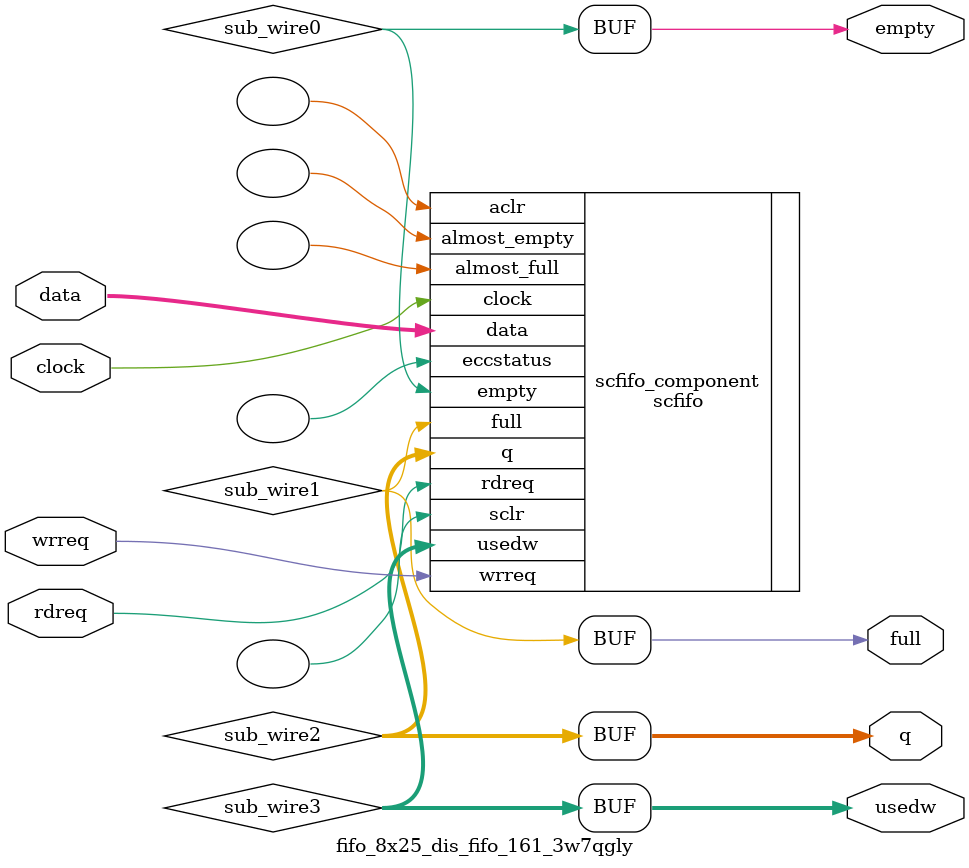
<source format=v>



`timescale 1 ps / 1 ps
// synopsys translate_on
module  fifo_8x25_dis_fifo_161_3w7qgly  (
    clock,
    data,
    rdreq,
    wrreq,
    empty,
    full,
    q,
    usedw);

    input    clock;
    input  [24:0]  data;
    input    rdreq;
    input    wrreq;
    output   empty;
    output   full;
    output [24:0]  q;
    output [2:0]  usedw;

    wire  sub_wire0;
    wire  sub_wire1;
    wire [24:0] sub_wire2;
    wire [2:0] sub_wire3;
    wire  empty = sub_wire0;
    wire  full = sub_wire1;
    wire [24:0] q = sub_wire2[24:0];
    wire [2:0] usedw = sub_wire3[2:0];

    scfifo  scfifo_component (
                .clock (clock),
                .data (data),
                .rdreq (rdreq),
                .wrreq (wrreq),
                .empty (sub_wire0),
                .full (sub_wire1),
                .q (sub_wire2),
                .usedw (sub_wire3),
                .aclr (),
                .almost_empty (),
                .almost_full (),
                .eccstatus (),
                .sclr ());
    defparam
        scfifo_component.add_ram_output_register  = "OFF",
        scfifo_component.enable_ecc  = "FALSE",
        scfifo_component.intended_device_family  = "Arria 10",
        scfifo_component.lpm_hint  = "RAM_BLOCK_TYPE=MLAB",
        scfifo_component.lpm_numwords  = 8,
        scfifo_component.lpm_showahead  = "ON",
        scfifo_component.lpm_type  = "scfifo",
        scfifo_component.lpm_width  = 25,
        scfifo_component.lpm_widthu  = 3,
        scfifo_component.overflow_checking  = "ON",
        scfifo_component.underflow_checking  = "ON",
        scfifo_component.use_eab  = "ON";


endmodule



</source>
